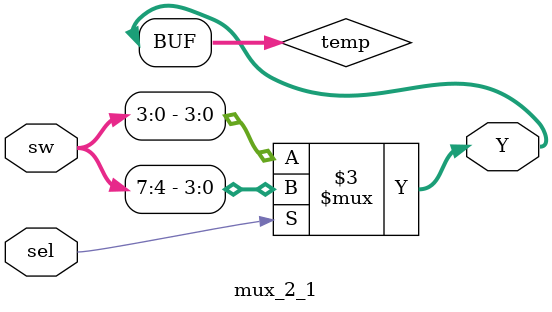
<source format=v>
`timescale 1ns / 1ps

module mux_2_1(

    input [7:0]sw,
    input sel,
    output [3:0]Y

    );
    
    reg [3:0]temp;
    
    always @(sel) begin
        case(sel)
        1'd1:   temp <= sw[7:4];
        default temp <= sw[3:0];
        endcase
    end    
    
    assign Y = temp;
    
endmodule

</source>
